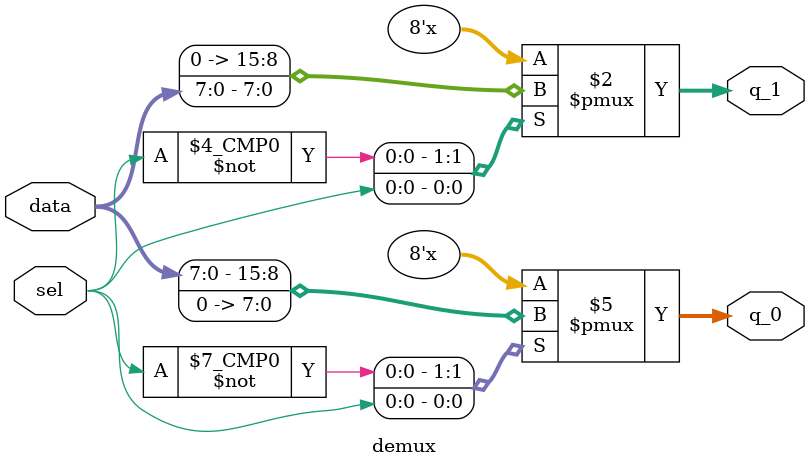
<source format=sv>
module demux(data, sel, q_0, q_1);

input reg [7:0] data;
input sel;
output reg [7:0] q_0, q_1;

    always @(*) begin
        case (sel)
            1'b0 : begin
                        q_0 = data;
                        q_1 = 0;
                      end

            1'b1 : begin
                        q_0 = 0;
                        q_1 = data;
                      end            
        endcase
    end
endmodule

</source>
